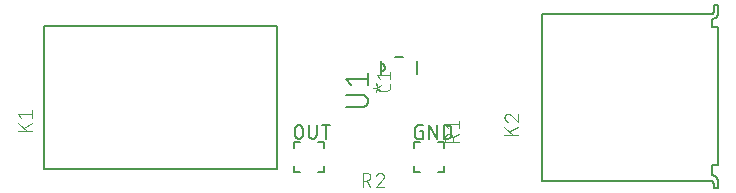
<source format=gbr>
G04 EAGLE Gerber RS-274X export*
G75*
%MOMM*%
%FSLAX34Y34*%
%LPD*%
%INSilkscreen Top*%
%IPPOS*%
%AMOC8*
5,1,8,0,0,1.08239X$1,22.5*%
G01*
%ADD10C,0.152400*%
%ADD11C,0.127000*%
%ADD12C,0.076200*%
%ADD13C,0.203200*%
%ADD14C,0.101600*%


D10*
X127000Y368300D02*
X127000Y363220D01*
X127000Y368300D02*
X121920Y368300D01*
X106680Y368300D02*
X101600Y368300D01*
X101600Y363220D01*
X101600Y347980D02*
X101600Y342900D01*
X106680Y342900D01*
X121920Y342900D02*
X127000Y342900D01*
X127000Y347980D01*
D11*
X102235Y374650D02*
X102235Y379730D01*
X102237Y379841D01*
X102243Y379951D01*
X102252Y380062D01*
X102266Y380172D01*
X102283Y380281D01*
X102304Y380390D01*
X102329Y380498D01*
X102358Y380605D01*
X102390Y380711D01*
X102426Y380816D01*
X102466Y380919D01*
X102509Y381021D01*
X102556Y381122D01*
X102607Y381221D01*
X102660Y381318D01*
X102717Y381412D01*
X102778Y381505D01*
X102841Y381596D01*
X102908Y381685D01*
X102978Y381771D01*
X103051Y381854D01*
X103126Y381936D01*
X103204Y382014D01*
X103286Y382089D01*
X103369Y382162D01*
X103455Y382232D01*
X103544Y382299D01*
X103635Y382362D01*
X103728Y382423D01*
X103823Y382480D01*
X103919Y382533D01*
X104018Y382584D01*
X104119Y382631D01*
X104221Y382674D01*
X104324Y382714D01*
X104429Y382750D01*
X104535Y382782D01*
X104642Y382811D01*
X104750Y382836D01*
X104859Y382857D01*
X104968Y382874D01*
X105078Y382888D01*
X105189Y382897D01*
X105299Y382903D01*
X105410Y382905D01*
X105521Y382903D01*
X105631Y382897D01*
X105742Y382888D01*
X105852Y382874D01*
X105961Y382857D01*
X106070Y382836D01*
X106178Y382811D01*
X106285Y382782D01*
X106391Y382750D01*
X106496Y382714D01*
X106599Y382674D01*
X106701Y382631D01*
X106802Y382584D01*
X106901Y382533D01*
X106998Y382480D01*
X107092Y382423D01*
X107185Y382362D01*
X107276Y382299D01*
X107365Y382232D01*
X107451Y382162D01*
X107534Y382089D01*
X107616Y382014D01*
X107694Y381936D01*
X107769Y381854D01*
X107842Y381771D01*
X107912Y381685D01*
X107979Y381596D01*
X108042Y381505D01*
X108103Y381412D01*
X108160Y381318D01*
X108213Y381221D01*
X108264Y381122D01*
X108311Y381021D01*
X108354Y380919D01*
X108394Y380816D01*
X108430Y380711D01*
X108462Y380605D01*
X108491Y380498D01*
X108516Y380390D01*
X108537Y380281D01*
X108554Y380172D01*
X108568Y380062D01*
X108577Y379951D01*
X108583Y379841D01*
X108585Y379730D01*
X108585Y374650D01*
X108583Y374539D01*
X108577Y374429D01*
X108568Y374318D01*
X108554Y374208D01*
X108537Y374099D01*
X108516Y373990D01*
X108491Y373882D01*
X108462Y373775D01*
X108430Y373669D01*
X108394Y373564D01*
X108354Y373461D01*
X108311Y373359D01*
X108264Y373258D01*
X108213Y373159D01*
X108160Y373062D01*
X108103Y372968D01*
X108042Y372875D01*
X107979Y372784D01*
X107912Y372695D01*
X107842Y372609D01*
X107769Y372526D01*
X107694Y372444D01*
X107616Y372366D01*
X107534Y372291D01*
X107451Y372218D01*
X107365Y372148D01*
X107276Y372081D01*
X107185Y372018D01*
X107092Y371957D01*
X106997Y371900D01*
X106901Y371847D01*
X106802Y371796D01*
X106701Y371749D01*
X106599Y371706D01*
X106496Y371666D01*
X106391Y371630D01*
X106285Y371598D01*
X106178Y371569D01*
X106070Y371544D01*
X105961Y371523D01*
X105852Y371506D01*
X105742Y371492D01*
X105631Y371483D01*
X105521Y371477D01*
X105410Y371475D01*
X105299Y371477D01*
X105189Y371483D01*
X105078Y371492D01*
X104968Y371506D01*
X104859Y371523D01*
X104750Y371544D01*
X104642Y371569D01*
X104535Y371598D01*
X104429Y371630D01*
X104324Y371666D01*
X104221Y371706D01*
X104119Y371749D01*
X104018Y371796D01*
X103919Y371847D01*
X103823Y371900D01*
X103728Y371957D01*
X103635Y372018D01*
X103544Y372081D01*
X103455Y372148D01*
X103369Y372218D01*
X103286Y372291D01*
X103204Y372366D01*
X103126Y372444D01*
X103051Y372526D01*
X102978Y372609D01*
X102908Y372695D01*
X102841Y372784D01*
X102778Y372875D01*
X102717Y372968D01*
X102660Y373063D01*
X102607Y373159D01*
X102556Y373258D01*
X102509Y373359D01*
X102466Y373461D01*
X102426Y373564D01*
X102390Y373669D01*
X102358Y373775D01*
X102329Y373882D01*
X102304Y373990D01*
X102283Y374099D01*
X102266Y374208D01*
X102252Y374318D01*
X102243Y374429D01*
X102237Y374539D01*
X102235Y374650D01*
X114046Y374650D02*
X114046Y382905D01*
X114046Y374650D02*
X114048Y374539D01*
X114054Y374429D01*
X114063Y374318D01*
X114077Y374208D01*
X114094Y374099D01*
X114115Y373990D01*
X114140Y373882D01*
X114169Y373775D01*
X114201Y373669D01*
X114237Y373564D01*
X114277Y373461D01*
X114320Y373359D01*
X114367Y373258D01*
X114418Y373159D01*
X114471Y373063D01*
X114528Y372968D01*
X114589Y372875D01*
X114652Y372784D01*
X114719Y372695D01*
X114789Y372609D01*
X114862Y372526D01*
X114937Y372444D01*
X115015Y372366D01*
X115097Y372291D01*
X115180Y372218D01*
X115266Y372148D01*
X115355Y372081D01*
X115446Y372018D01*
X115539Y371957D01*
X115634Y371900D01*
X115730Y371847D01*
X115829Y371796D01*
X115930Y371749D01*
X116032Y371706D01*
X116135Y371666D01*
X116240Y371630D01*
X116346Y371598D01*
X116453Y371569D01*
X116561Y371544D01*
X116670Y371523D01*
X116779Y371506D01*
X116889Y371492D01*
X117000Y371483D01*
X117110Y371477D01*
X117221Y371475D01*
X117332Y371477D01*
X117442Y371483D01*
X117553Y371492D01*
X117663Y371506D01*
X117772Y371523D01*
X117881Y371544D01*
X117989Y371569D01*
X118096Y371598D01*
X118202Y371630D01*
X118307Y371666D01*
X118410Y371706D01*
X118512Y371749D01*
X118613Y371796D01*
X118712Y371847D01*
X118808Y371900D01*
X118903Y371957D01*
X118996Y372018D01*
X119087Y372081D01*
X119176Y372148D01*
X119262Y372218D01*
X119345Y372291D01*
X119427Y372366D01*
X119505Y372444D01*
X119580Y372526D01*
X119653Y372609D01*
X119723Y372695D01*
X119790Y372784D01*
X119853Y372875D01*
X119914Y372968D01*
X119971Y373062D01*
X120024Y373159D01*
X120075Y373258D01*
X120122Y373359D01*
X120165Y373461D01*
X120205Y373564D01*
X120241Y373669D01*
X120273Y373775D01*
X120302Y373882D01*
X120327Y373990D01*
X120348Y374099D01*
X120365Y374208D01*
X120379Y374318D01*
X120388Y374429D01*
X120394Y374539D01*
X120396Y374650D01*
X120396Y382905D01*
X128270Y382905D02*
X128270Y371475D01*
X125095Y382905D02*
X131445Y382905D01*
D10*
X228600Y368300D02*
X228600Y363220D01*
X228600Y368300D02*
X223520Y368300D01*
X208280Y368300D02*
X203200Y368300D01*
X203200Y363220D01*
X203200Y347980D02*
X203200Y342900D01*
X208280Y342900D01*
X223520Y342900D02*
X228600Y342900D01*
X228600Y347980D01*
D11*
X210185Y377825D02*
X208280Y377825D01*
X210185Y377825D02*
X210185Y371475D01*
X206375Y371475D01*
X206275Y371477D01*
X206176Y371483D01*
X206076Y371493D01*
X205978Y371506D01*
X205879Y371524D01*
X205782Y371545D01*
X205686Y371570D01*
X205590Y371599D01*
X205496Y371632D01*
X205403Y371668D01*
X205312Y371708D01*
X205222Y371752D01*
X205134Y371799D01*
X205048Y371849D01*
X204964Y371903D01*
X204882Y371960D01*
X204803Y372020D01*
X204725Y372084D01*
X204651Y372150D01*
X204579Y372219D01*
X204510Y372291D01*
X204444Y372365D01*
X204380Y372443D01*
X204320Y372522D01*
X204263Y372604D01*
X204209Y372688D01*
X204159Y372774D01*
X204112Y372862D01*
X204068Y372952D01*
X204028Y373043D01*
X203992Y373136D01*
X203959Y373230D01*
X203930Y373326D01*
X203905Y373422D01*
X203884Y373519D01*
X203866Y373618D01*
X203853Y373716D01*
X203843Y373816D01*
X203837Y373915D01*
X203835Y374015D01*
X203835Y380365D01*
X203837Y380465D01*
X203843Y380564D01*
X203853Y380664D01*
X203866Y380762D01*
X203884Y380861D01*
X203905Y380958D01*
X203930Y381054D01*
X203959Y381150D01*
X203992Y381244D01*
X204028Y381337D01*
X204068Y381428D01*
X204112Y381518D01*
X204159Y381606D01*
X204209Y381692D01*
X204263Y381776D01*
X204320Y381858D01*
X204380Y381937D01*
X204444Y382015D01*
X204510Y382089D01*
X204579Y382161D01*
X204651Y382230D01*
X204725Y382296D01*
X204803Y382360D01*
X204882Y382420D01*
X204964Y382477D01*
X205048Y382531D01*
X205134Y382581D01*
X205222Y382628D01*
X205312Y382672D01*
X205403Y382712D01*
X205496Y382748D01*
X205590Y382781D01*
X205686Y382810D01*
X205782Y382835D01*
X205879Y382856D01*
X205978Y382874D01*
X206076Y382887D01*
X206176Y382897D01*
X206275Y382903D01*
X206375Y382905D01*
X210185Y382905D01*
X216027Y382905D02*
X216027Y371475D01*
X222377Y371475D02*
X216027Y382905D01*
X222377Y382905D02*
X222377Y371475D01*
X228219Y371475D02*
X228219Y382905D01*
X231394Y382905D01*
X231505Y382903D01*
X231615Y382897D01*
X231726Y382888D01*
X231836Y382874D01*
X231945Y382857D01*
X232054Y382836D01*
X232162Y382811D01*
X232269Y382782D01*
X232375Y382750D01*
X232480Y382714D01*
X232583Y382674D01*
X232685Y382631D01*
X232786Y382584D01*
X232885Y382533D01*
X232982Y382480D01*
X233076Y382423D01*
X233169Y382362D01*
X233260Y382299D01*
X233349Y382232D01*
X233435Y382162D01*
X233518Y382089D01*
X233600Y382014D01*
X233678Y381936D01*
X233753Y381854D01*
X233826Y381771D01*
X233896Y381685D01*
X233963Y381596D01*
X234026Y381505D01*
X234087Y381412D01*
X234144Y381318D01*
X234197Y381221D01*
X234248Y381122D01*
X234295Y381021D01*
X234338Y380919D01*
X234378Y380816D01*
X234414Y380711D01*
X234446Y380605D01*
X234475Y380498D01*
X234500Y380390D01*
X234521Y380281D01*
X234538Y380172D01*
X234552Y380062D01*
X234561Y379951D01*
X234567Y379841D01*
X234569Y379730D01*
X234569Y374650D01*
X234567Y374539D01*
X234561Y374429D01*
X234552Y374318D01*
X234538Y374208D01*
X234521Y374099D01*
X234500Y373990D01*
X234475Y373882D01*
X234446Y373775D01*
X234414Y373669D01*
X234378Y373564D01*
X234338Y373461D01*
X234295Y373359D01*
X234248Y373258D01*
X234197Y373159D01*
X234144Y373062D01*
X234087Y372968D01*
X234026Y372875D01*
X233963Y372784D01*
X233896Y372695D01*
X233826Y372609D01*
X233753Y372526D01*
X233678Y372444D01*
X233600Y372366D01*
X233518Y372291D01*
X233435Y372218D01*
X233349Y372148D01*
X233260Y372081D01*
X233169Y372018D01*
X233076Y371957D01*
X232981Y371900D01*
X232885Y371847D01*
X232786Y371796D01*
X232685Y371749D01*
X232583Y371706D01*
X232480Y371666D01*
X232375Y371630D01*
X232269Y371598D01*
X232162Y371569D01*
X232054Y371544D01*
X231945Y371523D01*
X231836Y371506D01*
X231726Y371492D01*
X231615Y371483D01*
X231505Y371477D01*
X231394Y371475D01*
X228219Y371475D01*
D10*
X205740Y426466D02*
X205740Y437134D01*
X193802Y440436D02*
X187198Y440436D01*
X175260Y437134D02*
X175260Y434848D01*
X175260Y428752D01*
X175260Y426466D01*
X175260Y428752D02*
X175369Y428754D01*
X175477Y428760D01*
X175586Y428769D01*
X175694Y428783D01*
X175801Y428800D01*
X175908Y428822D01*
X176014Y428847D01*
X176119Y428875D01*
X176223Y428908D01*
X176325Y428944D01*
X176426Y428984D01*
X176526Y429027D01*
X176624Y429074D01*
X176721Y429125D01*
X176815Y429179D01*
X176908Y429236D01*
X176998Y429296D01*
X177087Y429360D01*
X177173Y429427D01*
X177256Y429496D01*
X177337Y429569D01*
X177415Y429645D01*
X177491Y429723D01*
X177564Y429804D01*
X177633Y429887D01*
X177700Y429973D01*
X177764Y430062D01*
X177824Y430152D01*
X177881Y430245D01*
X177935Y430339D01*
X177986Y430436D01*
X178033Y430534D01*
X178076Y430634D01*
X178116Y430735D01*
X178152Y430837D01*
X178185Y430941D01*
X178213Y431046D01*
X178238Y431152D01*
X178260Y431259D01*
X178277Y431366D01*
X178291Y431474D01*
X178300Y431583D01*
X178306Y431691D01*
X178308Y431800D01*
X178306Y431909D01*
X178300Y432017D01*
X178291Y432126D01*
X178277Y432234D01*
X178260Y432341D01*
X178238Y432448D01*
X178213Y432554D01*
X178185Y432659D01*
X178152Y432763D01*
X178116Y432865D01*
X178076Y432966D01*
X178033Y433066D01*
X177986Y433164D01*
X177935Y433261D01*
X177881Y433355D01*
X177824Y433448D01*
X177764Y433538D01*
X177700Y433627D01*
X177633Y433713D01*
X177564Y433796D01*
X177491Y433877D01*
X177415Y433955D01*
X177337Y434031D01*
X177256Y434104D01*
X177173Y434173D01*
X177087Y434240D01*
X176998Y434304D01*
X176908Y434364D01*
X176815Y434421D01*
X176721Y434475D01*
X176624Y434526D01*
X176526Y434573D01*
X176426Y434616D01*
X176325Y434656D01*
X176223Y434692D01*
X176119Y434725D01*
X176014Y434753D01*
X175908Y434778D01*
X175801Y434800D01*
X175694Y434817D01*
X175586Y434831D01*
X175477Y434840D01*
X175369Y434846D01*
X175260Y434848D01*
D12*
X171760Y414493D02*
X167781Y414493D01*
X171760Y414493D02*
X174745Y416814D01*
X171760Y414493D02*
X174745Y412171D01*
X171760Y414493D02*
X170434Y418140D01*
X171760Y414493D02*
X170434Y410845D01*
D13*
X158863Y398272D02*
X145288Y398272D01*
X158863Y398272D02*
X159006Y398274D01*
X159148Y398280D01*
X159290Y398290D01*
X159432Y398303D01*
X159574Y398321D01*
X159715Y398342D01*
X159855Y398367D01*
X159995Y398396D01*
X160134Y398429D01*
X160272Y398466D01*
X160408Y398506D01*
X160544Y398550D01*
X160678Y398598D01*
X160811Y398649D01*
X160943Y398704D01*
X161073Y398763D01*
X161201Y398825D01*
X161328Y398891D01*
X161453Y398960D01*
X161576Y399032D01*
X161697Y399108D01*
X161815Y399187D01*
X161932Y399269D01*
X162046Y399355D01*
X162158Y399443D01*
X162267Y399535D01*
X162374Y399629D01*
X162478Y399726D01*
X162580Y399826D01*
X162679Y399929D01*
X162775Y400035D01*
X162868Y400143D01*
X162958Y400254D01*
X163045Y400367D01*
X163128Y400482D01*
X163209Y400600D01*
X163286Y400720D01*
X163361Y400841D01*
X163431Y400965D01*
X163499Y401091D01*
X163563Y401219D01*
X163623Y401348D01*
X163680Y401479D01*
X163733Y401611D01*
X163783Y401745D01*
X163828Y401880D01*
X163871Y402016D01*
X163909Y402153D01*
X163944Y402292D01*
X163975Y402431D01*
X164002Y402571D01*
X164025Y402711D01*
X164045Y402853D01*
X164060Y402995D01*
X164072Y403137D01*
X164080Y403279D01*
X164084Y403422D01*
X164084Y403564D01*
X164080Y403707D01*
X164072Y403849D01*
X164060Y403991D01*
X164045Y404133D01*
X164025Y404275D01*
X164002Y404415D01*
X163975Y404555D01*
X163944Y404694D01*
X163909Y404833D01*
X163871Y404970D01*
X163828Y405106D01*
X163783Y405241D01*
X163733Y405375D01*
X163680Y405507D01*
X163623Y405638D01*
X163563Y405767D01*
X163499Y405895D01*
X163431Y406021D01*
X163361Y406145D01*
X163286Y406266D01*
X163209Y406386D01*
X163128Y406504D01*
X163045Y406619D01*
X162958Y406732D01*
X162868Y406843D01*
X162775Y406951D01*
X162679Y407057D01*
X162580Y407160D01*
X162478Y407260D01*
X162374Y407357D01*
X162267Y407451D01*
X162158Y407543D01*
X162046Y407631D01*
X161932Y407717D01*
X161815Y407799D01*
X161697Y407878D01*
X161576Y407954D01*
X161453Y408026D01*
X161328Y408095D01*
X161201Y408161D01*
X161073Y408223D01*
X160943Y408282D01*
X160811Y408337D01*
X160678Y408388D01*
X160544Y408436D01*
X160408Y408480D01*
X160272Y408520D01*
X160134Y408557D01*
X159995Y408590D01*
X159855Y408619D01*
X159715Y408644D01*
X159574Y408665D01*
X159432Y408683D01*
X159290Y408696D01*
X159148Y408706D01*
X159006Y408712D01*
X158863Y408714D01*
X145288Y408714D01*
X149465Y416701D02*
X145288Y421922D01*
X164084Y421922D01*
X164084Y416701D02*
X164084Y427144D01*
D14*
X229108Y368808D02*
X240792Y368808D01*
X229108Y368808D02*
X229108Y372054D01*
X229110Y372167D01*
X229116Y372280D01*
X229126Y372393D01*
X229140Y372506D01*
X229157Y372618D01*
X229179Y372729D01*
X229204Y372839D01*
X229234Y372949D01*
X229267Y373057D01*
X229304Y373164D01*
X229344Y373270D01*
X229389Y373374D01*
X229437Y373477D01*
X229488Y373578D01*
X229543Y373677D01*
X229601Y373774D01*
X229663Y373869D01*
X229728Y373962D01*
X229796Y374052D01*
X229867Y374140D01*
X229942Y374226D01*
X230019Y374309D01*
X230099Y374389D01*
X230182Y374466D01*
X230268Y374541D01*
X230356Y374612D01*
X230446Y374680D01*
X230539Y374745D01*
X230634Y374807D01*
X230731Y374865D01*
X230830Y374920D01*
X230931Y374971D01*
X231034Y375019D01*
X231138Y375064D01*
X231244Y375104D01*
X231351Y375141D01*
X231459Y375174D01*
X231569Y375204D01*
X231679Y375229D01*
X231790Y375251D01*
X231902Y375268D01*
X232015Y375282D01*
X232128Y375292D01*
X232241Y375298D01*
X232354Y375300D01*
X232467Y375298D01*
X232580Y375292D01*
X232693Y375282D01*
X232806Y375268D01*
X232918Y375251D01*
X233029Y375229D01*
X233139Y375204D01*
X233249Y375174D01*
X233357Y375141D01*
X233464Y375104D01*
X233570Y375064D01*
X233674Y375019D01*
X233777Y374971D01*
X233878Y374920D01*
X233977Y374865D01*
X234074Y374807D01*
X234169Y374745D01*
X234262Y374680D01*
X234352Y374612D01*
X234440Y374541D01*
X234526Y374466D01*
X234609Y374389D01*
X234689Y374309D01*
X234766Y374226D01*
X234841Y374140D01*
X234912Y374052D01*
X234980Y373962D01*
X235045Y373869D01*
X235107Y373774D01*
X235165Y373677D01*
X235220Y373578D01*
X235271Y373477D01*
X235319Y373374D01*
X235364Y373270D01*
X235404Y373164D01*
X235441Y373057D01*
X235474Y372949D01*
X235504Y372839D01*
X235529Y372729D01*
X235551Y372618D01*
X235568Y372506D01*
X235582Y372393D01*
X235592Y372280D01*
X235598Y372167D01*
X235600Y372054D01*
X235599Y372054D02*
X235599Y368808D01*
X235599Y372703D02*
X240792Y375299D01*
X231704Y380164D02*
X229108Y383410D01*
X240792Y383410D01*
X240792Y386655D02*
X240792Y380164D01*
X159445Y342392D02*
X159445Y330708D01*
X159445Y342392D02*
X162690Y342392D01*
X162803Y342390D01*
X162916Y342384D01*
X163029Y342374D01*
X163142Y342360D01*
X163254Y342343D01*
X163365Y342321D01*
X163475Y342296D01*
X163585Y342266D01*
X163693Y342233D01*
X163800Y342196D01*
X163906Y342156D01*
X164010Y342111D01*
X164113Y342063D01*
X164214Y342012D01*
X164313Y341957D01*
X164410Y341899D01*
X164505Y341837D01*
X164598Y341772D01*
X164688Y341704D01*
X164776Y341633D01*
X164862Y341558D01*
X164945Y341481D01*
X165025Y341401D01*
X165102Y341318D01*
X165177Y341232D01*
X165248Y341144D01*
X165316Y341054D01*
X165381Y340961D01*
X165443Y340866D01*
X165501Y340769D01*
X165556Y340670D01*
X165607Y340569D01*
X165655Y340466D01*
X165700Y340362D01*
X165740Y340256D01*
X165777Y340149D01*
X165810Y340041D01*
X165840Y339931D01*
X165865Y339821D01*
X165887Y339710D01*
X165904Y339598D01*
X165918Y339485D01*
X165928Y339372D01*
X165934Y339259D01*
X165936Y339146D01*
X165934Y339033D01*
X165928Y338920D01*
X165918Y338807D01*
X165904Y338694D01*
X165887Y338582D01*
X165865Y338471D01*
X165840Y338361D01*
X165810Y338251D01*
X165777Y338143D01*
X165740Y338036D01*
X165700Y337930D01*
X165655Y337826D01*
X165607Y337723D01*
X165556Y337622D01*
X165501Y337523D01*
X165443Y337426D01*
X165381Y337331D01*
X165316Y337238D01*
X165248Y337148D01*
X165177Y337060D01*
X165102Y336974D01*
X165025Y336891D01*
X164945Y336811D01*
X164862Y336734D01*
X164776Y336659D01*
X164688Y336588D01*
X164598Y336520D01*
X164505Y336455D01*
X164410Y336393D01*
X164313Y336335D01*
X164214Y336280D01*
X164113Y336229D01*
X164010Y336181D01*
X163906Y336136D01*
X163800Y336096D01*
X163693Y336059D01*
X163585Y336026D01*
X163475Y335996D01*
X163365Y335971D01*
X163254Y335949D01*
X163142Y335932D01*
X163029Y335918D01*
X162916Y335908D01*
X162803Y335902D01*
X162690Y335900D01*
X162690Y335901D02*
X159445Y335901D01*
X163339Y335901D02*
X165936Y330708D01*
X177292Y339471D02*
X177290Y339578D01*
X177284Y339684D01*
X177274Y339790D01*
X177261Y339896D01*
X177243Y340002D01*
X177222Y340106D01*
X177197Y340210D01*
X177168Y340313D01*
X177136Y340414D01*
X177099Y340514D01*
X177059Y340613D01*
X177016Y340711D01*
X176969Y340807D01*
X176918Y340901D01*
X176864Y340993D01*
X176807Y341083D01*
X176747Y341171D01*
X176683Y341256D01*
X176616Y341339D01*
X176546Y341420D01*
X176474Y341498D01*
X176398Y341574D01*
X176320Y341646D01*
X176239Y341716D01*
X176156Y341783D01*
X176071Y341847D01*
X175983Y341907D01*
X175893Y341964D01*
X175801Y342018D01*
X175707Y342069D01*
X175611Y342116D01*
X175513Y342159D01*
X175414Y342199D01*
X175314Y342236D01*
X175213Y342268D01*
X175110Y342297D01*
X175006Y342322D01*
X174902Y342343D01*
X174796Y342361D01*
X174690Y342374D01*
X174584Y342384D01*
X174478Y342390D01*
X174371Y342392D01*
X174250Y342390D01*
X174129Y342384D01*
X174009Y342374D01*
X173888Y342361D01*
X173769Y342343D01*
X173649Y342322D01*
X173531Y342297D01*
X173414Y342268D01*
X173297Y342235D01*
X173182Y342199D01*
X173068Y342158D01*
X172955Y342115D01*
X172843Y342067D01*
X172734Y342016D01*
X172626Y341961D01*
X172519Y341903D01*
X172415Y341842D01*
X172313Y341777D01*
X172213Y341709D01*
X172115Y341638D01*
X172019Y341564D01*
X171926Y341487D01*
X171836Y341406D01*
X171748Y341323D01*
X171663Y341237D01*
X171580Y341148D01*
X171501Y341057D01*
X171424Y340963D01*
X171351Y340867D01*
X171281Y340769D01*
X171214Y340668D01*
X171150Y340565D01*
X171090Y340460D01*
X171033Y340353D01*
X170979Y340245D01*
X170929Y340135D01*
X170883Y340023D01*
X170840Y339910D01*
X170801Y339795D01*
X176319Y337199D02*
X176398Y337276D01*
X176474Y337357D01*
X176547Y337440D01*
X176617Y337525D01*
X176684Y337613D01*
X176748Y337703D01*
X176808Y337795D01*
X176865Y337890D01*
X176919Y337986D01*
X176970Y338084D01*
X177017Y338184D01*
X177061Y338286D01*
X177101Y338389D01*
X177137Y338493D01*
X177169Y338599D01*
X177198Y338705D01*
X177223Y338813D01*
X177245Y338921D01*
X177262Y339031D01*
X177276Y339140D01*
X177285Y339250D01*
X177291Y339361D01*
X177293Y339471D01*
X176318Y337199D02*
X170801Y330708D01*
X177292Y330708D01*
X182862Y414769D02*
X182862Y417366D01*
X182862Y414769D02*
X182860Y414670D01*
X182854Y414570D01*
X182845Y414471D01*
X182832Y414373D01*
X182815Y414275D01*
X182794Y414177D01*
X182769Y414081D01*
X182741Y413986D01*
X182709Y413892D01*
X182674Y413799D01*
X182635Y413707D01*
X182592Y413617D01*
X182547Y413529D01*
X182497Y413442D01*
X182445Y413358D01*
X182389Y413275D01*
X182331Y413195D01*
X182269Y413117D01*
X182204Y413042D01*
X182136Y412969D01*
X182066Y412899D01*
X181993Y412831D01*
X181918Y412766D01*
X181840Y412704D01*
X181760Y412646D01*
X181677Y412590D01*
X181593Y412538D01*
X181506Y412488D01*
X181418Y412443D01*
X181328Y412400D01*
X181236Y412361D01*
X181143Y412326D01*
X181049Y412294D01*
X180954Y412266D01*
X180858Y412241D01*
X180760Y412220D01*
X180662Y412203D01*
X180564Y412190D01*
X180465Y412181D01*
X180365Y412175D01*
X180266Y412173D01*
X173774Y412173D01*
X173774Y412172D02*
X173675Y412174D01*
X173575Y412180D01*
X173476Y412189D01*
X173378Y412202D01*
X173280Y412220D01*
X173182Y412240D01*
X173086Y412265D01*
X172990Y412293D01*
X172896Y412325D01*
X172803Y412360D01*
X172712Y412399D01*
X172622Y412442D01*
X172533Y412487D01*
X172447Y412537D01*
X172362Y412589D01*
X172280Y412645D01*
X172200Y412704D01*
X172122Y412765D01*
X172046Y412830D01*
X171973Y412898D01*
X171903Y412968D01*
X171835Y413041D01*
X171770Y413117D01*
X171709Y413195D01*
X171650Y413275D01*
X171594Y413357D01*
X171542Y413442D01*
X171493Y413528D01*
X171447Y413617D01*
X171404Y413707D01*
X171365Y413798D01*
X171330Y413891D01*
X171298Y413985D01*
X171270Y414081D01*
X171245Y414177D01*
X171225Y414275D01*
X171207Y414373D01*
X171194Y414471D01*
X171185Y414570D01*
X171179Y414669D01*
X171177Y414769D01*
X171178Y414769D02*
X171178Y417366D01*
X173774Y421731D02*
X171178Y424976D01*
X182862Y424976D01*
X182862Y421731D02*
X182862Y428222D01*
D11*
X-110300Y467025D02*
X-110300Y345775D01*
X86700Y345775D01*
X86700Y467025D02*
X-110300Y467025D01*
X86700Y467025D02*
X86700Y345775D01*
D14*
X-120567Y378213D02*
X-132251Y378213D01*
X-132251Y384704D02*
X-125111Y378213D01*
X-127707Y380809D02*
X-120567Y384704D01*
X-129655Y389093D02*
X-132251Y392338D01*
X-120567Y392338D01*
X-120567Y389093D02*
X-120567Y395584D01*
D11*
X310900Y476900D02*
X454900Y476900D01*
X454900Y335900D02*
X310900Y335900D01*
X460440Y335201D02*
X460440Y329935D01*
X460440Y335201D02*
X460440Y336517D01*
X455175Y340466D02*
X455175Y348737D01*
X460440Y348737D01*
X460440Y465880D01*
X455175Y465880D01*
X455175Y472993D01*
X455318Y472995D01*
X455460Y473001D01*
X455602Y473010D01*
X455744Y473024D01*
X455886Y473041D01*
X456027Y473062D01*
X456167Y473087D01*
X456307Y473116D01*
X456446Y473149D01*
X456584Y473185D01*
X456720Y473225D01*
X456856Y473269D01*
X456991Y473316D01*
X457124Y473367D01*
X457256Y473422D01*
X457386Y473480D01*
X457514Y473541D01*
X457641Y473606D01*
X457766Y473675D01*
X457889Y473747D01*
X458011Y473822D01*
X458130Y473900D01*
X458247Y473982D01*
X458361Y474067D01*
X458474Y474154D01*
X458583Y474245D01*
X458691Y474339D01*
X458796Y474436D01*
X458898Y474535D01*
X458997Y474637D01*
X459094Y474742D01*
X459188Y474850D01*
X459279Y474959D01*
X459366Y475072D01*
X459451Y475186D01*
X459533Y475303D01*
X459611Y475422D01*
X459686Y475544D01*
X459758Y475667D01*
X459827Y475792D01*
X459892Y475919D01*
X459953Y476047D01*
X460011Y476177D01*
X460066Y476309D01*
X460117Y476442D01*
X460164Y476577D01*
X460208Y476713D01*
X460248Y476849D01*
X460284Y476987D01*
X460317Y477126D01*
X460346Y477266D01*
X460371Y477406D01*
X460392Y477547D01*
X460409Y477689D01*
X460423Y477831D01*
X460432Y477973D01*
X460438Y478115D01*
X460440Y478258D01*
X460440Y484182D01*
X457149Y484182D01*
X457100Y484180D01*
X457051Y484175D01*
X457003Y484166D01*
X456955Y484153D01*
X456909Y484137D01*
X456864Y484117D01*
X456820Y484094D01*
X456778Y484068D01*
X456739Y484038D01*
X456701Y484006D01*
X456667Y483972D01*
X456635Y483934D01*
X456605Y483895D01*
X456579Y483853D01*
X456556Y483809D01*
X456536Y483764D01*
X456520Y483718D01*
X456507Y483670D01*
X456498Y483622D01*
X456493Y483573D01*
X456491Y483524D01*
X456491Y478916D01*
X456489Y478830D01*
X456483Y478744D01*
X456474Y478658D01*
X456461Y478573D01*
X456444Y478489D01*
X456424Y478405D01*
X456400Y478322D01*
X456372Y478241D01*
X456341Y478161D01*
X456306Y478082D01*
X456268Y478005D01*
X456227Y477929D01*
X456182Y477855D01*
X456134Y477784D01*
X456083Y477714D01*
X456029Y477647D01*
X455972Y477582D01*
X455913Y477520D01*
X455851Y477461D01*
X455786Y477404D01*
X455719Y477350D01*
X455649Y477299D01*
X455578Y477251D01*
X455504Y477206D01*
X455428Y477165D01*
X455351Y477127D01*
X455272Y477092D01*
X455192Y477061D01*
X455111Y477033D01*
X455028Y477009D01*
X454944Y476989D01*
X454860Y476972D01*
X454775Y476959D01*
X454689Y476950D01*
X454603Y476944D01*
X454517Y476942D01*
X456491Y333884D02*
X456491Y329935D01*
X460440Y329935D01*
X456491Y333884D02*
X456489Y333970D01*
X456483Y334056D01*
X456474Y334142D01*
X456461Y334227D01*
X456444Y334311D01*
X456424Y334395D01*
X456400Y334478D01*
X456372Y334559D01*
X456341Y334639D01*
X456306Y334718D01*
X456268Y334795D01*
X456227Y334871D01*
X456182Y334945D01*
X456134Y335016D01*
X456083Y335086D01*
X456029Y335153D01*
X455972Y335218D01*
X455913Y335280D01*
X455851Y335339D01*
X455786Y335396D01*
X455719Y335450D01*
X455649Y335501D01*
X455578Y335549D01*
X455504Y335594D01*
X455428Y335635D01*
X455351Y335673D01*
X455272Y335708D01*
X455192Y335739D01*
X455111Y335767D01*
X455028Y335791D01*
X454944Y335811D01*
X454860Y335828D01*
X454775Y335841D01*
X454689Y335850D01*
X454603Y335856D01*
X454517Y335858D01*
X455175Y340466D02*
X455318Y340464D01*
X455460Y340458D01*
X455602Y340449D01*
X455744Y340435D01*
X455886Y340418D01*
X456027Y340397D01*
X456167Y340372D01*
X456307Y340343D01*
X456446Y340310D01*
X456584Y340274D01*
X456720Y340234D01*
X456856Y340190D01*
X456991Y340143D01*
X457124Y340092D01*
X457256Y340037D01*
X457386Y339979D01*
X457514Y339918D01*
X457641Y339853D01*
X457766Y339784D01*
X457889Y339712D01*
X458011Y339637D01*
X458130Y339559D01*
X458247Y339477D01*
X458361Y339392D01*
X458474Y339305D01*
X458583Y339214D01*
X458691Y339120D01*
X458796Y339023D01*
X458898Y338924D01*
X458997Y338822D01*
X459094Y338717D01*
X459188Y338609D01*
X459279Y338500D01*
X459366Y338387D01*
X459451Y338273D01*
X459533Y338156D01*
X459611Y338037D01*
X459686Y337915D01*
X459758Y337792D01*
X459827Y337667D01*
X459892Y337540D01*
X459953Y337412D01*
X460011Y337282D01*
X460066Y337150D01*
X460117Y337017D01*
X460164Y336882D01*
X460208Y336746D01*
X460248Y336610D01*
X460284Y336472D01*
X460317Y336333D01*
X460346Y336193D01*
X460371Y336053D01*
X460392Y335912D01*
X460409Y335770D01*
X460423Y335628D01*
X460432Y335486D01*
X460438Y335344D01*
X460440Y335201D01*
X310900Y335900D02*
X310900Y476900D01*
D14*
X291183Y374888D02*
X279499Y374888D01*
X279499Y381379D02*
X286639Y374888D01*
X284043Y377484D02*
X291183Y381379D01*
X282420Y392259D02*
X282313Y392257D01*
X282207Y392251D01*
X282101Y392241D01*
X281995Y392228D01*
X281889Y392210D01*
X281785Y392189D01*
X281681Y392164D01*
X281578Y392135D01*
X281477Y392103D01*
X281377Y392066D01*
X281278Y392026D01*
X281180Y391983D01*
X281084Y391936D01*
X280990Y391885D01*
X280898Y391831D01*
X280808Y391774D01*
X280720Y391714D01*
X280635Y391650D01*
X280552Y391583D01*
X280471Y391513D01*
X280393Y391441D01*
X280317Y391365D01*
X280245Y391287D01*
X280175Y391206D01*
X280108Y391123D01*
X280044Y391038D01*
X279984Y390950D01*
X279927Y390860D01*
X279873Y390768D01*
X279822Y390674D01*
X279775Y390578D01*
X279732Y390480D01*
X279692Y390381D01*
X279655Y390281D01*
X279623Y390180D01*
X279594Y390077D01*
X279569Y389973D01*
X279548Y389869D01*
X279530Y389763D01*
X279517Y389657D01*
X279507Y389551D01*
X279501Y389445D01*
X279499Y389338D01*
X279501Y389217D01*
X279507Y389096D01*
X279517Y388976D01*
X279530Y388855D01*
X279548Y388736D01*
X279569Y388616D01*
X279594Y388498D01*
X279623Y388381D01*
X279656Y388264D01*
X279692Y388149D01*
X279733Y388035D01*
X279776Y387922D01*
X279824Y387810D01*
X279875Y387701D01*
X279930Y387593D01*
X279988Y387486D01*
X280049Y387382D01*
X280114Y387280D01*
X280182Y387180D01*
X280253Y387082D01*
X280327Y386986D01*
X280404Y386893D01*
X280485Y386803D01*
X280568Y386715D01*
X280654Y386630D01*
X280743Y386547D01*
X280834Y386468D01*
X280928Y386391D01*
X281024Y386318D01*
X281122Y386248D01*
X281223Y386181D01*
X281326Y386117D01*
X281431Y386057D01*
X281538Y385999D01*
X281646Y385946D01*
X281756Y385896D01*
X281868Y385850D01*
X281981Y385807D01*
X282096Y385768D01*
X284692Y391284D02*
X284614Y391363D01*
X284534Y391439D01*
X284451Y391512D01*
X284365Y391582D01*
X284278Y391649D01*
X284187Y391713D01*
X284095Y391773D01*
X284001Y391831D01*
X283904Y391885D01*
X283806Y391935D01*
X283706Y391982D01*
X283605Y392026D01*
X283502Y392066D01*
X283397Y392102D01*
X283292Y392134D01*
X283185Y392163D01*
X283078Y392188D01*
X282969Y392210D01*
X282860Y392227D01*
X282751Y392241D01*
X282641Y392250D01*
X282530Y392256D01*
X282420Y392258D01*
X284692Y391285D02*
X291183Y385768D01*
X291183Y392259D01*
M02*

</source>
